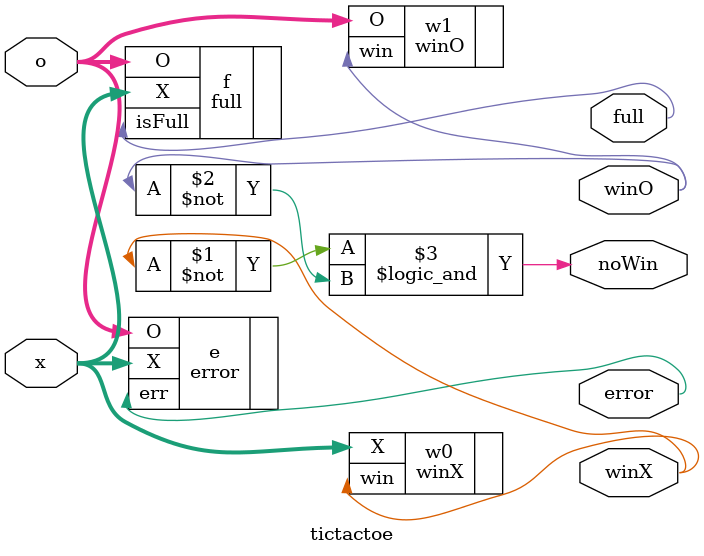
<source format=sv>
module tictactoe (
input logic [8:0] x,
input logic [8:0] o,
output logic error,
output logic full,
output logic winX,
output logic winO,
output logic noWin
);

error e (.X(x), .O(o), .err(error));
full f (.X(x), .O(o), .isFull(full));
winX w0 (.X(x), .win(winX));
winO w1 (.O(o), .win(winO));

assign noWin = ~winX && ~winO;

endmodule
</source>
